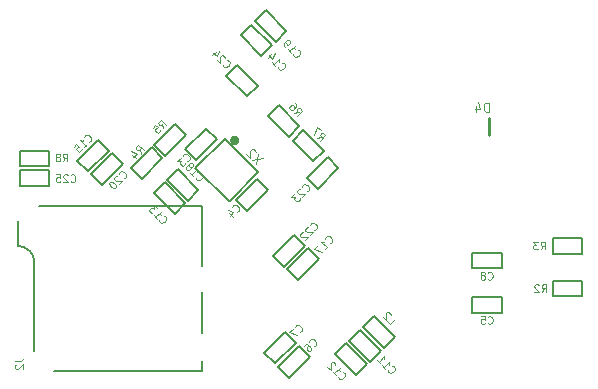
<source format=gbo>
G04 #@! TF.FileFunction,Legend,Bot*
%FSLAX46Y46*%
G04 Gerber Fmt 4.6, Leading zero omitted, Abs format (unit mm)*
G04 Created by KiCad (PCBNEW 4.0.7) date 01/23/18 17:02:15*
%MOMM*%
%LPD*%
G01*
G04 APERTURE LIST*
%ADD10C,0.100000*%
%ADD11C,0.200000*%
%ADD12C,0.381000*%
%ADD13C,0.127000*%
%ADD14C,0.150000*%
%ADD15C,0.250000*%
%ADD16C,0.097500*%
G04 APERTURE END LIST*
D10*
D11*
X16724264Y29143503D02*
X14956497Y27375736D01*
X14956497Y27375736D02*
X15875736Y26456497D01*
X15875736Y26456497D02*
X17643503Y28224264D01*
X17643503Y28224264D02*
X16724264Y29143503D01*
X20175736Y22156497D02*
X21943503Y23924264D01*
X21943503Y23924264D02*
X21024264Y24843503D01*
X21024264Y24843503D02*
X19256497Y23075736D01*
X19256497Y23075736D02*
X20175736Y22156497D01*
D12*
X19348528Y28131371D02*
G75*
G03X19348528Y28131371I-200000J0D01*
G01*
D13*
X18724264Y23040202D02*
X21128427Y25444365D01*
X21128427Y25444365D02*
X18300000Y28272792D01*
X18300000Y28272792D02*
X15825126Y25797918D01*
X15825126Y25797918D02*
X18653553Y22969491D01*
X18653553Y22969491D02*
X18794975Y23110913D01*
D11*
X39250000Y13550000D02*
X41750000Y13550000D01*
X41750000Y13550000D02*
X41750000Y14850000D01*
X41750000Y14850000D02*
X39250000Y14850000D01*
X39250000Y14850000D02*
X39250000Y13550000D01*
X24624264Y10743503D02*
X22856497Y8975736D01*
X22856497Y8975736D02*
X23775736Y8056497D01*
X23775736Y8056497D02*
X25543503Y9824264D01*
X25543503Y9824264D02*
X24624264Y10743503D01*
X23424264Y11943503D02*
X21656497Y10175736D01*
X21656497Y10175736D02*
X22575736Y9256497D01*
X22575736Y9256497D02*
X24343503Y11024264D01*
X24343503Y11024264D02*
X23424264Y11943503D01*
X39250000Y17300000D02*
X41750000Y17300000D01*
X41750000Y17300000D02*
X41750000Y18600000D01*
X41750000Y18600000D02*
X39250000Y18600000D01*
X39250000Y18600000D02*
X39250000Y17300000D01*
X28856497Y11174264D02*
X30624264Y9406497D01*
X30624264Y9406497D02*
X31543503Y10325736D01*
X31543503Y10325736D02*
X29775736Y12093503D01*
X29775736Y12093503D02*
X28856497Y11174264D01*
X27656497Y10024264D02*
X29424264Y8256497D01*
X29424264Y8256497D02*
X30343503Y9175736D01*
X30343503Y9175736D02*
X28575736Y10943503D01*
X28575736Y10943503D02*
X27656497Y10024264D01*
X14993503Y22825736D02*
X13225736Y24593503D01*
X13225736Y24593503D02*
X12306497Y23674264D01*
X12306497Y23674264D02*
X14074264Y21906497D01*
X14074264Y21906497D02*
X14993503Y22825736D01*
X19656497Y37024264D02*
X21424264Y35256497D01*
X21424264Y35256497D02*
X22343503Y36175736D01*
X22343503Y36175736D02*
X20575736Y37943503D01*
X20575736Y37943503D02*
X19656497Y37024264D01*
X7574264Y28193503D02*
X5806497Y26425736D01*
X5806497Y26425736D02*
X6725736Y25506497D01*
X6725736Y25506497D02*
X8493503Y27274264D01*
X8493503Y27274264D02*
X7574264Y28193503D01*
X24525736Y16306497D02*
X26293503Y18074264D01*
X26293503Y18074264D02*
X25374264Y18993503D01*
X25374264Y18993503D02*
X23606497Y17225736D01*
X23606497Y17225736D02*
X24525736Y16306497D01*
X16093503Y23925736D02*
X14325736Y25693503D01*
X14325736Y25693503D02*
X13406497Y24774264D01*
X13406497Y24774264D02*
X15174264Y23006497D01*
X15174264Y23006497D02*
X16093503Y23925736D01*
X20856497Y38224264D02*
X22624264Y36456497D01*
X22624264Y36456497D02*
X23543503Y37375736D01*
X23543503Y37375736D02*
X21775736Y39143503D01*
X21775736Y39143503D02*
X20856497Y38224264D01*
X8774264Y27043503D02*
X7006497Y25275736D01*
X7006497Y25275736D02*
X7925736Y24356497D01*
X7925736Y24356497D02*
X9693503Y26124264D01*
X9693503Y26124264D02*
X8774264Y27043503D01*
X23325736Y17456497D02*
X25093503Y19224264D01*
X25093503Y19224264D02*
X24174264Y20143503D01*
X24174264Y20143503D02*
X22406497Y18375736D01*
X22406497Y18375736D02*
X23325736Y17456497D01*
X26175736Y24056497D02*
X27943503Y25824264D01*
X27943503Y25824264D02*
X27024264Y26743503D01*
X27024264Y26743503D02*
X25256497Y24975736D01*
X25256497Y24975736D02*
X26175736Y24056497D01*
X21143503Y32775736D02*
X19375736Y34543503D01*
X19375736Y34543503D02*
X18456497Y33624264D01*
X18456497Y33624264D02*
X20224264Y31856497D01*
X20224264Y31856497D02*
X21143503Y32775736D01*
X32743503Y11475736D02*
X30975736Y13243503D01*
X30975736Y13243503D02*
X30056497Y12324264D01*
X30056497Y12324264D02*
X31824264Y10556497D01*
X31824264Y10556497D02*
X32743503Y11475736D01*
X46100000Y14950000D02*
X48600000Y14950000D01*
X48600000Y14950000D02*
X48600000Y16250000D01*
X48600000Y16250000D02*
X46100000Y16250000D01*
X46100000Y16250000D02*
X46100000Y14950000D01*
X46100000Y18550000D02*
X48600000Y18550000D01*
X48600000Y18550000D02*
X48600000Y19850000D01*
X48600000Y19850000D02*
X46100000Y19850000D01*
X46100000Y19850000D02*
X46100000Y18550000D01*
D14*
X2200000Y15600000D02*
X2200000Y17800000D01*
X16400000Y20600000D02*
X16400000Y22600000D01*
X16400000Y22600000D02*
X2600000Y22600000D01*
X800000Y20000000D02*
X800000Y19200000D01*
X800000Y19200000D02*
G75*
G02X2200000Y17800000I0J-1400000D01*
G01*
X800000Y21300000D02*
X800000Y20000000D01*
X2200000Y15600000D02*
X2200000Y10300000D01*
X16400000Y20600000D02*
X16400000Y17500000D01*
X16400000Y11800000D02*
X16400000Y15300000D01*
X3900000Y8600000D02*
X16400000Y8600000D01*
X16400000Y8600000D02*
X16400000Y9500000D01*
D11*
X3450000Y25600000D02*
X950000Y25600000D01*
X950000Y25600000D02*
X950000Y24300000D01*
X950000Y24300000D02*
X3450000Y24300000D01*
X3450000Y24300000D02*
X3450000Y25600000D01*
X12124264Y27593503D02*
X10356497Y25825736D01*
X10356497Y25825736D02*
X11275736Y24906497D01*
X11275736Y24906497D02*
X13043503Y26674264D01*
X13043503Y26674264D02*
X12124264Y27593503D01*
X13275736Y26856497D02*
X15043503Y28624264D01*
X15043503Y28624264D02*
X14124264Y29543503D01*
X14124264Y29543503D02*
X12356497Y27775736D01*
X12356497Y27775736D02*
X13275736Y26856497D01*
X24643503Y29375736D02*
X22875736Y31143503D01*
X22875736Y31143503D02*
X21956497Y30224264D01*
X21956497Y30224264D02*
X23724264Y28456497D01*
X23724264Y28456497D02*
X24643503Y29375736D01*
X24056497Y28124264D02*
X25824264Y26356497D01*
X25824264Y26356497D02*
X26743503Y27275736D01*
X26743503Y27275736D02*
X24975736Y29043503D01*
X24975736Y29043503D02*
X24056497Y28124264D01*
X950000Y25950000D02*
X3450000Y25950000D01*
X3450000Y25950000D02*
X3450000Y27250000D01*
X3450000Y27250000D02*
X950000Y27250000D01*
X950000Y27250000D02*
X950000Y25950000D01*
D15*
X40700000Y28600000D02*
X40700000Y30000000D01*
D16*
X15140754Y26412454D02*
X15184526Y26412454D01*
X15272073Y26456227D01*
X15315847Y26500000D01*
X15359619Y26587547D01*
X15359619Y26675094D01*
X15337733Y26740753D01*
X15272073Y26850186D01*
X15206413Y26915846D01*
X15096980Y26981506D01*
X15031320Y27003393D01*
X14943773Y27003393D01*
X14856227Y26959619D01*
X14812454Y26915846D01*
X14768680Y26828300D01*
X14768680Y26784527D01*
X14571701Y26675093D02*
X14287175Y26390567D01*
X14615474Y26368680D01*
X14549814Y26303020D01*
X14527927Y26237361D01*
X14527927Y26193587D01*
X14549814Y26127927D01*
X14659247Y26018494D01*
X14724907Y25996607D01*
X14768680Y25996608D01*
X14834340Y26018494D01*
X14965661Y26149814D01*
X14987546Y26215474D01*
X14987547Y26259247D01*
X19340754Y22112454D02*
X19384526Y22112454D01*
X19472073Y22156227D01*
X19515847Y22200000D01*
X19559619Y22287547D01*
X19559619Y22375094D01*
X19537733Y22440753D01*
X19472073Y22550186D01*
X19406413Y22615846D01*
X19296980Y22681506D01*
X19231320Y22703393D01*
X19143773Y22703393D01*
X19056227Y22659619D01*
X19012454Y22615846D01*
X18968680Y22528300D01*
X18968680Y22484527D01*
X18684154Y21981134D02*
X18990567Y21674721D01*
X18618494Y22265661D02*
X19056227Y22046793D01*
X18771701Y21762268D01*
D10*
X21519734Y26661105D02*
X20635850Y26484328D01*
X21166180Y27014658D02*
X20989404Y26130775D01*
X20938896Y27140928D02*
X20938896Y27191435D01*
X20913642Y27267196D01*
X20787373Y27393465D01*
X20711612Y27418719D01*
X20661104Y27418719D01*
X20585342Y27393466D01*
X20534835Y27342959D01*
X20484328Y27241943D01*
X20484327Y26635851D01*
X20156027Y26964151D01*
D16*
X40608334Y12667857D02*
X40639286Y12636905D01*
X40732143Y12605952D01*
X40794048Y12605952D01*
X40886905Y12636905D01*
X40948810Y12698810D01*
X40979762Y12760714D01*
X41010714Y12884524D01*
X41010714Y12977381D01*
X40979762Y13101190D01*
X40948810Y13163095D01*
X40886905Y13225000D01*
X40794048Y13255952D01*
X40732143Y13255952D01*
X40639286Y13225000D01*
X40608334Y13194048D01*
X40020238Y13255952D02*
X40329762Y13255952D01*
X40360714Y12946429D01*
X40329762Y12977381D01*
X40267857Y13008333D01*
X40113095Y13008333D01*
X40051191Y12977381D01*
X40020238Y12946429D01*
X39989286Y12884524D01*
X39989286Y12729762D01*
X40020238Y12667857D01*
X40051191Y12636905D01*
X40113095Y12605952D01*
X40267857Y12605952D01*
X40329762Y12636905D01*
X40360714Y12667857D01*
X25854968Y10726668D02*
X25898740Y10726668D01*
X25986287Y10770441D01*
X26030061Y10814214D01*
X26073833Y10901761D01*
X26073833Y10989308D01*
X26051947Y11054967D01*
X25986287Y11164400D01*
X25920627Y11230060D01*
X25811194Y11295720D01*
X25745534Y11317607D01*
X25657987Y11317607D01*
X25570441Y11273833D01*
X25526668Y11230060D01*
X25482894Y11142514D01*
X25482894Y11098741D01*
X25045162Y10748554D02*
X25132708Y10836100D01*
X25198368Y10857987D01*
X25242141Y10857987D01*
X25351575Y10836100D01*
X25461007Y10770441D01*
X25636100Y10595347D01*
X25657987Y10529688D01*
X25657987Y10485915D01*
X25636101Y10420254D01*
X25548554Y10332708D01*
X25482894Y10310822D01*
X25439121Y10310821D01*
X25373461Y10332708D01*
X25264028Y10442141D01*
X25242141Y10507801D01*
X25242141Y10551575D01*
X25264028Y10617234D01*
X25351575Y10704781D01*
X25417235Y10726668D01*
X25461007Y10726668D01*
X25526667Y10704781D01*
X24654968Y11926668D02*
X24698740Y11926668D01*
X24786287Y11970441D01*
X24830061Y12014214D01*
X24873833Y12101761D01*
X24873833Y12189308D01*
X24851947Y12254967D01*
X24786287Y12364400D01*
X24720627Y12430060D01*
X24611194Y12495720D01*
X24545534Y12517607D01*
X24457987Y12517607D01*
X24370441Y12473833D01*
X24326668Y12430060D01*
X24282894Y12342514D01*
X24282894Y12298741D01*
X24085915Y12189307D02*
X23779502Y11882894D01*
X24436101Y11620254D01*
X40608334Y16417857D02*
X40639286Y16386905D01*
X40732143Y16355952D01*
X40794048Y16355952D01*
X40886905Y16386905D01*
X40948810Y16448810D01*
X40979762Y16510714D01*
X41010714Y16634524D01*
X41010714Y16727381D01*
X40979762Y16851190D01*
X40948810Y16913095D01*
X40886905Y16975000D01*
X40794048Y17005952D01*
X40732143Y17005952D01*
X40639286Y16975000D01*
X40608334Y16944048D01*
X40236905Y16727381D02*
X40298810Y16758333D01*
X40329762Y16789286D01*
X40360714Y16851190D01*
X40360714Y16882143D01*
X40329762Y16944048D01*
X40298810Y16975000D01*
X40236905Y17005952D01*
X40113095Y17005952D01*
X40051191Y16975000D01*
X40020238Y16944048D01*
X39989286Y16882143D01*
X39989286Y16851190D01*
X40020238Y16789286D01*
X40051191Y16758333D01*
X40113095Y16727381D01*
X40236905Y16727381D01*
X40298810Y16696429D01*
X40329762Y16665476D01*
X40360714Y16603571D01*
X40360714Y16479762D01*
X40329762Y16417857D01*
X40298810Y16386905D01*
X40236905Y16355952D01*
X40113095Y16355952D01*
X40051191Y16386905D01*
X40020238Y16417857D01*
X39989286Y16479762D01*
X39989286Y16603571D01*
X40020238Y16665476D01*
X40051191Y16696429D01*
X40113095Y16727381D01*
X32131320Y8690380D02*
X32131320Y8646607D01*
X32175093Y8559060D01*
X32218867Y8515287D01*
X32306413Y8471514D01*
X32393960Y8471514D01*
X32459619Y8493400D01*
X32569053Y8559061D01*
X32634712Y8624721D01*
X32700372Y8734153D01*
X32722259Y8799813D01*
X32722259Y8887360D01*
X32678486Y8974906D01*
X32634712Y9018680D01*
X32547166Y9062453D01*
X32503394Y9062453D01*
X31649814Y9084339D02*
X31912453Y8821700D01*
X31781133Y8953020D02*
X32240753Y9412639D01*
X32218867Y9303206D01*
X32218867Y9215659D01*
X32240753Y9150000D01*
X31212081Y9522073D02*
X31474720Y9259433D01*
X31343400Y9390753D02*
X31803020Y9850372D01*
X31781133Y9740939D01*
X31781133Y9653392D01*
X31803020Y9587733D01*
X27931320Y8140380D02*
X27931320Y8096607D01*
X27975093Y8009060D01*
X28018867Y7965287D01*
X28106413Y7921514D01*
X28193960Y7921514D01*
X28259619Y7943400D01*
X28369053Y8009061D01*
X28434712Y8074721D01*
X28500372Y8184153D01*
X28522259Y8249813D01*
X28522259Y8337360D01*
X28478486Y8424906D01*
X28434712Y8468680D01*
X28347166Y8512453D01*
X28303394Y8512453D01*
X27449814Y8534339D02*
X27712453Y8271700D01*
X27581133Y8403020D02*
X28040753Y8862639D01*
X28018867Y8753206D01*
X28018867Y8665659D01*
X28040753Y8600000D01*
X27690567Y9125280D02*
X27690567Y9169053D01*
X27668680Y9234712D01*
X27559246Y9344146D01*
X27493587Y9366032D01*
X27449814Y9366033D01*
X27384154Y9344146D01*
X27340381Y9300372D01*
X27296607Y9212826D01*
X27296607Y8687546D01*
X27012081Y8972073D01*
X12781320Y21390380D02*
X12781320Y21346607D01*
X12825093Y21259060D01*
X12868867Y21215287D01*
X12956413Y21171514D01*
X13043960Y21171514D01*
X13109619Y21193400D01*
X13219053Y21259061D01*
X13284712Y21324721D01*
X13350372Y21434153D01*
X13372259Y21499813D01*
X13372259Y21587360D01*
X13328486Y21674906D01*
X13284712Y21718680D01*
X13197166Y21762453D01*
X13153394Y21762453D01*
X12299814Y21784339D02*
X12562453Y21521700D01*
X12431133Y21653020D02*
X12890753Y22112639D01*
X12868867Y22003206D01*
X12868867Y21915659D01*
X12890753Y21850000D01*
X12606227Y22397166D02*
X12321700Y22681692D01*
X12299814Y22353392D01*
X12234153Y22419053D01*
X12168494Y22440939D01*
X12124721Y22440940D01*
X12059061Y22419053D01*
X11949628Y22309619D01*
X11927741Y22243960D01*
X11927741Y22200186D01*
X11949627Y22134526D01*
X12080947Y22003206D01*
X12146607Y21981320D01*
X12190381Y21981320D01*
X22831320Y34340380D02*
X22831320Y34296607D01*
X22875093Y34209060D01*
X22918867Y34165287D01*
X23006413Y34121514D01*
X23093960Y34121514D01*
X23159619Y34143400D01*
X23269053Y34209061D01*
X23334712Y34274721D01*
X23400372Y34384153D01*
X23422259Y34449813D01*
X23422259Y34537360D01*
X23378486Y34624906D01*
X23334712Y34668680D01*
X23247166Y34712453D01*
X23203394Y34712453D01*
X22349814Y34734339D02*
X22612453Y34471700D01*
X22481133Y34603020D02*
X22940753Y35062639D01*
X22918867Y34953206D01*
X22918867Y34865659D01*
X22940753Y34800000D01*
X22262268Y35434712D02*
X21955854Y35128299D01*
X22546794Y35500372D02*
X22327927Y35062640D01*
X22043401Y35347166D01*
X6809620Y28031321D02*
X6853393Y28031321D01*
X6940940Y28075094D01*
X6984713Y28118868D01*
X7028486Y28206414D01*
X7028486Y28293961D01*
X7006600Y28359620D01*
X6940939Y28469054D01*
X6875279Y28534713D01*
X6765847Y28600373D01*
X6700187Y28622260D01*
X6612640Y28622260D01*
X6525094Y28578487D01*
X6481320Y28534713D01*
X6437547Y28447167D01*
X6437547Y28403395D01*
X6415661Y27549815D02*
X6678300Y27812454D01*
X6546980Y27681134D02*
X6087361Y28140754D01*
X6196794Y28118868D01*
X6284341Y28118868D01*
X6350000Y28140754D01*
X5540194Y27593588D02*
X5759061Y27812454D01*
X5999813Y27615475D01*
X5956040Y27615475D01*
X5890381Y27593588D01*
X5780947Y27484154D01*
X5759061Y27418495D01*
X5759060Y27374722D01*
X5780947Y27309062D01*
X5890381Y27199629D01*
X5956040Y27177742D01*
X5999814Y27177742D01*
X6065474Y27199628D01*
X6174907Y27309061D01*
X6196793Y27374722D01*
X6196793Y27418495D01*
X27209620Y19431320D02*
X27253393Y19431320D01*
X27340940Y19475093D01*
X27384713Y19518867D01*
X27428486Y19606413D01*
X27428486Y19693960D01*
X27406600Y19759619D01*
X27340939Y19869053D01*
X27275279Y19934712D01*
X27165847Y20000372D01*
X27100187Y20022259D01*
X27012640Y20022259D01*
X26925094Y19978486D01*
X26881320Y19934712D01*
X26837547Y19847166D01*
X26837547Y19803394D01*
X26815661Y18949814D02*
X27078300Y19212453D01*
X26946980Y19081133D02*
X26487361Y19540753D01*
X26596794Y19518867D01*
X26684341Y19518867D01*
X26750000Y19540753D01*
X26202834Y19256227D02*
X25896422Y18949814D01*
X26553021Y18687174D01*
X15881320Y24990380D02*
X15881320Y24946607D01*
X15925093Y24859060D01*
X15968867Y24815287D01*
X16056413Y24771514D01*
X16143960Y24771514D01*
X16209619Y24793400D01*
X16319053Y24859061D01*
X16384712Y24924721D01*
X16450372Y25034153D01*
X16472259Y25099813D01*
X16472259Y25187360D01*
X16428486Y25274906D01*
X16384712Y25318680D01*
X16297166Y25362453D01*
X16253394Y25362453D01*
X15399814Y25384339D02*
X15662453Y25121700D01*
X15531133Y25253020D02*
X15990753Y25712639D01*
X15968867Y25603206D01*
X15968867Y25515659D01*
X15990753Y25450000D01*
X15399814Y25909619D02*
X15465474Y25887732D01*
X15509247Y25887733D01*
X15574906Y25909619D01*
X15596793Y25931506D01*
X15618680Y25997166D01*
X15618680Y26040939D01*
X15596793Y26106599D01*
X15509246Y26194146D01*
X15443587Y26216032D01*
X15399814Y26216033D01*
X15334154Y26194146D01*
X15312267Y26172259D01*
X15290381Y26106600D01*
X15290381Y26062825D01*
X15312267Y25997166D01*
X15399814Y25909619D01*
X15421701Y25843960D01*
X15421700Y25800186D01*
X15399813Y25734526D01*
X15312267Y25646980D01*
X15246607Y25625093D01*
X15202834Y25625093D01*
X15137174Y25646979D01*
X15049627Y25734526D01*
X15027741Y25800186D01*
X15027741Y25843960D01*
X15049628Y25909619D01*
X15137174Y25997166D01*
X15202834Y26019053D01*
X15246608Y26019053D01*
X15312267Y25997166D01*
X24131320Y35440380D02*
X24131320Y35396607D01*
X24175093Y35309060D01*
X24218867Y35265287D01*
X24306413Y35221514D01*
X24393960Y35221514D01*
X24459619Y35243400D01*
X24569053Y35309061D01*
X24634712Y35374721D01*
X24700372Y35484153D01*
X24722259Y35549813D01*
X24722259Y35637360D01*
X24678486Y35724906D01*
X24634712Y35768680D01*
X24547166Y35812453D01*
X24503394Y35812453D01*
X23649814Y35834339D02*
X23912453Y35571700D01*
X23781133Y35703020D02*
X24240753Y36162639D01*
X24218867Y36053206D01*
X24218867Y35965659D01*
X24240753Y35900000D01*
X23430947Y36053206D02*
X23343400Y36140753D01*
X23321514Y36206413D01*
X23321514Y36250186D01*
X23343400Y36359619D01*
X23409061Y36469053D01*
X23584154Y36644146D01*
X23649814Y36666033D01*
X23693587Y36666032D01*
X23759246Y36644146D01*
X23846793Y36556599D01*
X23868680Y36490939D01*
X23868680Y36447166D01*
X23846793Y36381506D01*
X23737360Y36272073D01*
X23671700Y36250186D01*
X23627927Y36250186D01*
X23562267Y36272073D01*
X23474720Y36359619D01*
X23452834Y36425279D01*
X23452834Y36469053D01*
X23474721Y36534712D01*
X9759620Y24931319D02*
X9803393Y24931319D01*
X9890940Y24975092D01*
X9934713Y25018866D01*
X9978486Y25106412D01*
X9978486Y25193959D01*
X9956600Y25259618D01*
X9890939Y25369052D01*
X9825279Y25434711D01*
X9715847Y25500371D01*
X9650187Y25522258D01*
X9562640Y25522258D01*
X9475094Y25478485D01*
X9431320Y25434711D01*
X9387547Y25347165D01*
X9387547Y25303393D01*
X9212453Y25128299D02*
X9168680Y25128299D01*
X9103021Y25106412D01*
X8993587Y24996978D01*
X8971701Y24931319D01*
X8971700Y24887546D01*
X8993587Y24821886D01*
X9037361Y24778113D01*
X9124907Y24734339D01*
X9650187Y24734339D01*
X9365661Y24449813D01*
X8621515Y24624906D02*
X8577741Y24581132D01*
X8555854Y24515473D01*
X8555854Y24471700D01*
X8577741Y24406039D01*
X8643401Y24296606D01*
X8752834Y24187173D01*
X8862267Y24121513D01*
X8927927Y24099627D01*
X8971700Y24099627D01*
X9037361Y24121513D01*
X9081134Y24165287D01*
X9103020Y24230946D01*
X9103021Y24274720D01*
X9081133Y24340380D01*
X9015474Y24449812D01*
X8906040Y24559245D01*
X8796607Y24624906D01*
X8730947Y24646793D01*
X8687174Y24646792D01*
X8621515Y24624906D01*
X25909620Y20581320D02*
X25953393Y20581320D01*
X26040940Y20625093D01*
X26084713Y20668867D01*
X26128486Y20756413D01*
X26128486Y20843960D01*
X26106600Y20909619D01*
X26040939Y21019053D01*
X25975279Y21084712D01*
X25865847Y21150372D01*
X25800187Y21172259D01*
X25712640Y21172259D01*
X25625094Y21128486D01*
X25581320Y21084712D01*
X25537547Y20997166D01*
X25537547Y20953394D01*
X25362453Y20778300D02*
X25318680Y20778300D01*
X25253021Y20756413D01*
X25143587Y20646979D01*
X25121701Y20581320D01*
X25121700Y20537547D01*
X25143587Y20471887D01*
X25187361Y20428114D01*
X25274907Y20384340D01*
X25800187Y20384340D01*
X25515661Y20099814D01*
X24924720Y20340567D02*
X24880947Y20340567D01*
X24815288Y20318680D01*
X24705854Y20209246D01*
X24683968Y20143587D01*
X24683967Y20099814D01*
X24705854Y20034154D01*
X24749628Y19990381D01*
X24837174Y19946607D01*
X25362454Y19946607D01*
X25077927Y19662081D01*
X25259620Y23831320D02*
X25303393Y23831320D01*
X25390940Y23875093D01*
X25434713Y23918867D01*
X25478486Y24006413D01*
X25478486Y24093960D01*
X25456600Y24159619D01*
X25390939Y24269053D01*
X25325279Y24334712D01*
X25215847Y24400372D01*
X25150187Y24422259D01*
X25062640Y24422259D01*
X24975094Y24378486D01*
X24931320Y24334712D01*
X24887547Y24247166D01*
X24887547Y24203394D01*
X24712453Y24028300D02*
X24668680Y24028300D01*
X24603021Y24006413D01*
X24493587Y23896979D01*
X24471701Y23831320D01*
X24471700Y23787547D01*
X24493587Y23721887D01*
X24537361Y23678114D01*
X24624907Y23634340D01*
X25150187Y23634340D01*
X24865661Y23349814D01*
X24252834Y23656227D02*
X23968308Y23371700D01*
X24296608Y23349814D01*
X24230947Y23284153D01*
X24209061Y23218494D01*
X24209060Y23174721D01*
X24230947Y23109061D01*
X24340381Y22999628D01*
X24406040Y22977741D01*
X24449814Y22977741D01*
X24515474Y22999627D01*
X24646794Y23130947D01*
X24668680Y23196607D01*
X24668680Y23240381D01*
X18131320Y34540380D02*
X18131320Y34496607D01*
X18175093Y34409060D01*
X18218867Y34365287D01*
X18306413Y34321514D01*
X18393960Y34321514D01*
X18459619Y34343400D01*
X18569053Y34409061D01*
X18634712Y34474721D01*
X18700372Y34584153D01*
X18722259Y34649813D01*
X18722259Y34737360D01*
X18678486Y34824906D01*
X18634712Y34868680D01*
X18547166Y34912453D01*
X18503394Y34912453D01*
X18328300Y35087547D02*
X18328300Y35131320D01*
X18306413Y35196979D01*
X18196979Y35306413D01*
X18131320Y35328299D01*
X18087547Y35328300D01*
X18021887Y35306413D01*
X17978114Y35262639D01*
X17934340Y35175093D01*
X17934340Y34649813D01*
X17649814Y34934339D01*
X17562268Y35634712D02*
X17255854Y35328299D01*
X17846794Y35700372D02*
X17627927Y35262640D01*
X17343401Y35547166D01*
X32068680Y12815475D02*
X32287546Y12596608D01*
X32747166Y13056228D01*
X32353207Y13362641D02*
X32353207Y13406414D01*
X32331320Y13472074D01*
X32221886Y13581507D01*
X32156227Y13603393D01*
X32112454Y13603394D01*
X32046794Y13581507D01*
X32003021Y13537733D01*
X31959247Y13450187D01*
X31959247Y12924907D01*
X31674721Y13209434D01*
X45158334Y15305952D02*
X45375000Y15615476D01*
X45529762Y15305952D02*
X45529762Y15955952D01*
X45282143Y15955952D01*
X45220238Y15925000D01*
X45189286Y15894048D01*
X45158334Y15832143D01*
X45158334Y15739286D01*
X45189286Y15677381D01*
X45220238Y15646429D01*
X45282143Y15615476D01*
X45529762Y15615476D01*
X44910714Y15894048D02*
X44879762Y15925000D01*
X44817857Y15955952D01*
X44663095Y15955952D01*
X44601191Y15925000D01*
X44570238Y15894048D01*
X44539286Y15832143D01*
X44539286Y15770238D01*
X44570238Y15677381D01*
X44941667Y15305952D01*
X44539286Y15305952D01*
X45058334Y18905952D02*
X45275000Y19215476D01*
X45429762Y18905952D02*
X45429762Y19555952D01*
X45182143Y19555952D01*
X45120238Y19525000D01*
X45089286Y19494048D01*
X45058334Y19432143D01*
X45058334Y19339286D01*
X45089286Y19277381D01*
X45120238Y19246429D01*
X45182143Y19215476D01*
X45429762Y19215476D01*
X44841667Y19555952D02*
X44439286Y19555952D01*
X44655953Y19308333D01*
X44563095Y19308333D01*
X44501191Y19277381D01*
X44470238Y19246429D01*
X44439286Y19184524D01*
X44439286Y19029762D01*
X44470238Y18967857D01*
X44501191Y18936905D01*
X44563095Y18905952D01*
X44748810Y18905952D01*
X44810714Y18936905D01*
X44841667Y18967857D01*
D10*
X544048Y9416667D02*
X1008333Y9416667D01*
X1101190Y9447619D01*
X1163095Y9509524D01*
X1194048Y9602381D01*
X1194048Y9664286D01*
X605952Y9138095D02*
X575000Y9107143D01*
X544048Y9045238D01*
X544048Y8890476D01*
X575000Y8828572D01*
X605952Y8797619D01*
X667857Y8766667D01*
X729762Y8766667D01*
X822619Y8797619D01*
X1194048Y9169048D01*
X1194048Y8766667D01*
D16*
X5267858Y24667857D02*
X5298810Y24636905D01*
X5391667Y24605952D01*
X5453572Y24605952D01*
X5546429Y24636905D01*
X5608334Y24698810D01*
X5639286Y24760714D01*
X5670238Y24884524D01*
X5670238Y24977381D01*
X5639286Y25101190D01*
X5608334Y25163095D01*
X5546429Y25225000D01*
X5453572Y25255952D01*
X5391667Y25255952D01*
X5298810Y25225000D01*
X5267858Y25194048D01*
X5020238Y25194048D02*
X4989286Y25225000D01*
X4927381Y25255952D01*
X4772619Y25255952D01*
X4710715Y25225000D01*
X4679762Y25194048D01*
X4648810Y25132143D01*
X4648810Y25070238D01*
X4679762Y24977381D01*
X5051191Y24605952D01*
X4648810Y24605952D01*
X4060714Y25255952D02*
X4370238Y25255952D01*
X4401190Y24946429D01*
X4370238Y24977381D01*
X4308333Y25008333D01*
X4153571Y25008333D01*
X4091667Y24977381D01*
X4060714Y24946429D01*
X4029762Y24884524D01*
X4029762Y24729762D01*
X4060714Y24667857D01*
X4091667Y24636905D01*
X4153571Y24605952D01*
X4308333Y24605952D01*
X4370238Y24636905D01*
X4401190Y24667857D01*
X11184527Y27018681D02*
X11118867Y27390754D01*
X11447166Y27281321D02*
X10987547Y27740940D01*
X10812454Y27565847D01*
X10790567Y27500187D01*
X10790567Y27456414D01*
X10812454Y27390755D01*
X10878114Y27325095D01*
X10943773Y27303208D01*
X10987546Y27303208D01*
X11053207Y27325094D01*
X11228300Y27500187D01*
X10484154Y26931135D02*
X10790567Y26624722D01*
X10418494Y27215662D02*
X10856227Y26996794D01*
X10571701Y26712269D01*
X13084526Y29168680D02*
X13018866Y29540753D01*
X13347165Y29431320D02*
X12887546Y29890939D01*
X12712453Y29715846D01*
X12690566Y29650186D01*
X12690566Y29606413D01*
X12712453Y29540754D01*
X12778113Y29475094D01*
X12843772Y29453207D01*
X12887545Y29453207D01*
X12953206Y29475093D01*
X13128299Y29650186D01*
X12209060Y29212453D02*
X12427926Y29431320D01*
X12668679Y29234340D01*
X12624906Y29234340D01*
X12559246Y29212453D01*
X12449813Y29103020D01*
X12427926Y29037361D01*
X12427926Y28993587D01*
X12449813Y28927927D01*
X12559246Y28818494D01*
X12624906Y28796607D01*
X12668679Y28796608D01*
X12734339Y28818494D01*
X12843772Y28927927D01*
X12865659Y28993587D01*
X12865659Y29037360D01*
X24168680Y30465473D02*
X24540753Y30531133D01*
X24431320Y30202834D02*
X24890939Y30662453D01*
X24715846Y30837546D01*
X24650186Y30859433D01*
X24606413Y30859433D01*
X24540754Y30837546D01*
X24475094Y30771886D01*
X24453207Y30706227D01*
X24453207Y30662454D01*
X24475093Y30596793D01*
X24650186Y30421700D01*
X24234340Y31319052D02*
X24321886Y31231506D01*
X24343773Y31165846D01*
X24343773Y31122073D01*
X24321886Y31012639D01*
X24256227Y30903207D01*
X24081133Y30728114D01*
X24015474Y30706227D01*
X23971701Y30706227D01*
X23906040Y30728113D01*
X23818494Y30815660D01*
X23796608Y30881320D01*
X23796607Y30925093D01*
X23818494Y30990753D01*
X23927927Y31100186D01*
X23993587Y31122073D01*
X24037361Y31122073D01*
X24103020Y31100186D01*
X24190567Y31012639D01*
X24212454Y30946979D01*
X24212454Y30903207D01*
X24190567Y30837547D01*
X26118680Y28365473D02*
X26490753Y28431133D01*
X26381320Y28102834D02*
X26840939Y28562453D01*
X26665846Y28737546D01*
X26600186Y28759433D01*
X26556413Y28759433D01*
X26490754Y28737546D01*
X26425094Y28671886D01*
X26403207Y28606227D01*
X26403207Y28562454D01*
X26425093Y28496793D01*
X26600186Y28321700D01*
X26425093Y28978299D02*
X26118680Y29284712D01*
X25856040Y28628113D01*
X4608334Y26355952D02*
X4825000Y26665476D01*
X4979762Y26355952D02*
X4979762Y27005952D01*
X4732143Y27005952D01*
X4670238Y26975000D01*
X4639286Y26944048D01*
X4608334Y26882143D01*
X4608334Y26789286D01*
X4639286Y26727381D01*
X4670238Y26696429D01*
X4732143Y26665476D01*
X4979762Y26665476D01*
X4236905Y26727381D02*
X4298810Y26758333D01*
X4329762Y26789286D01*
X4360714Y26851190D01*
X4360714Y26882143D01*
X4329762Y26944048D01*
X4298810Y26975000D01*
X4236905Y27005952D01*
X4113095Y27005952D01*
X4051191Y26975000D01*
X4020238Y26944048D01*
X3989286Y26882143D01*
X3989286Y26851190D01*
X4020238Y26789286D01*
X4051191Y26758333D01*
X4113095Y26727381D01*
X4236905Y26727381D01*
X4298810Y26696429D01*
X4329762Y26665476D01*
X4360714Y26603571D01*
X4360714Y26479762D01*
X4329762Y26417857D01*
X4298810Y26386905D01*
X4236905Y26355952D01*
X4113095Y26355952D01*
X4051191Y26386905D01*
X4020238Y26417857D01*
X3989286Y26479762D01*
X3989286Y26603571D01*
X4020238Y26665476D01*
X4051191Y26696429D01*
X4113095Y26727381D01*
D10*
X40653572Y30560714D02*
X40653572Y31310714D01*
X40475000Y31310714D01*
X40367857Y31275000D01*
X40296429Y31203571D01*
X40260714Y31132143D01*
X40225000Y30989286D01*
X40225000Y30882143D01*
X40260714Y30739286D01*
X40296429Y30667857D01*
X40367857Y30596429D01*
X40475000Y30560714D01*
X40653572Y30560714D01*
X39582143Y31060714D02*
X39582143Y30560714D01*
X39760714Y31346429D02*
X39939286Y30810714D01*
X39475000Y30810714D01*
M02*

</source>
